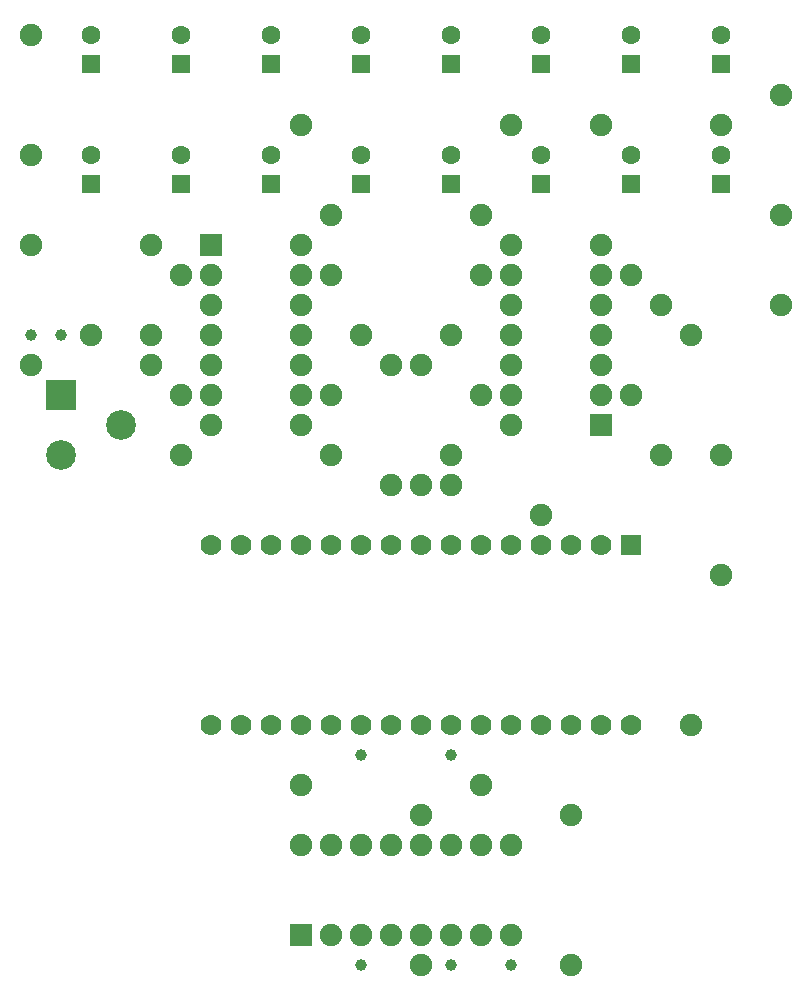
<source format=gbl>
G04 MADE WITH FRITZING*
G04 WWW.FRITZING.ORG*
G04 DOUBLE SIDED*
G04 HOLES PLATED*
G04 CONTOUR ON CENTER OF CONTOUR VECTOR*
%ASAXBY*%
%FSLAX23Y23*%
%MOIN*%
%OFA0B0*%
%SFA1.0B1.0*%
%ADD10C,0.070000*%
%ADD11C,0.075000*%
%ADD12C,0.062992*%
%ADD13C,0.099000*%
%ADD14C,0.039370*%
%ADD15R,0.070000X0.069972*%
%ADD16R,0.075000X0.075000*%
%ADD17R,0.062992X0.062992*%
%ADD18R,0.099000X0.099000*%
%LNCOPPER0*%
G90*
G70*
G54D10*
X2068Y1646D03*
X1968Y1646D03*
X1868Y1646D03*
X1768Y1646D03*
X1668Y1646D03*
X1568Y1646D03*
X1468Y1646D03*
X1368Y1646D03*
X1268Y1646D03*
X1168Y1646D03*
X1068Y1646D03*
X968Y1646D03*
X868Y1646D03*
X768Y1646D03*
X668Y1646D03*
X2068Y1046D03*
X1968Y1046D03*
X1868Y1046D03*
X1768Y1046D03*
X1668Y1046D03*
X1568Y1046D03*
X1468Y1046D03*
X1368Y1046D03*
X1268Y1046D03*
X1168Y1046D03*
X1068Y1046D03*
X968Y1046D03*
X868Y1046D03*
X768Y1046D03*
X668Y1046D03*
G54D11*
X967Y346D03*
X967Y646D03*
X1067Y346D03*
X1067Y646D03*
X1167Y346D03*
X1167Y646D03*
X1267Y346D03*
X1267Y646D03*
X1367Y346D03*
X1367Y646D03*
X1467Y346D03*
X1467Y646D03*
X1567Y346D03*
X1567Y646D03*
X1667Y346D03*
X1667Y646D03*
G54D12*
X266Y3249D03*
X266Y3347D03*
X566Y3249D03*
X566Y3347D03*
X866Y3249D03*
X866Y3347D03*
X1166Y3249D03*
X1166Y3347D03*
X1466Y3249D03*
X1466Y3347D03*
X1766Y3249D03*
X1766Y3347D03*
X2066Y3249D03*
X2066Y3347D03*
X2366Y3249D03*
X2366Y3347D03*
X1766Y2849D03*
X1766Y2947D03*
X566Y2849D03*
X566Y2947D03*
X1166Y2849D03*
X1166Y2947D03*
X2366Y2849D03*
X2366Y2947D03*
X2066Y2849D03*
X2066Y2947D03*
X1466Y2849D03*
X1466Y2947D03*
X866Y2849D03*
X866Y2947D03*
X266Y2849D03*
X266Y2947D03*
G54D11*
X666Y2647D03*
X666Y2547D03*
X666Y2447D03*
X666Y2347D03*
X666Y2247D03*
X666Y2147D03*
X666Y2047D03*
X966Y2047D03*
X966Y2147D03*
X966Y2247D03*
X966Y2347D03*
X966Y2447D03*
X966Y2547D03*
X966Y2647D03*
X1966Y2047D03*
X1966Y2147D03*
X1966Y2247D03*
X1966Y2347D03*
X1966Y2447D03*
X1966Y2547D03*
X1966Y2647D03*
X1666Y2647D03*
X1666Y2547D03*
X1666Y2447D03*
X1666Y2347D03*
X1666Y2247D03*
X1666Y2147D03*
X1666Y2047D03*
G54D13*
X166Y1947D03*
X166Y2147D03*
X366Y2047D03*
G54D11*
X566Y2547D03*
X566Y2147D03*
X1566Y2547D03*
X1566Y2147D03*
X1066Y2547D03*
X1066Y2147D03*
X2066Y2547D03*
X2066Y2147D03*
X1166Y2347D03*
X1466Y2347D03*
X1367Y746D03*
X1867Y746D03*
X1666Y3046D03*
X1566Y2746D03*
X1866Y247D03*
X1366Y247D03*
X1066Y2747D03*
X966Y3047D03*
X1466Y1847D03*
X1766Y1747D03*
X266Y2347D03*
X466Y2347D03*
X967Y846D03*
X1567Y846D03*
X2266Y2347D03*
X2267Y1046D03*
X1466Y1947D03*
X2166Y1947D03*
X566Y1947D03*
X1066Y1947D03*
G54D14*
X1466Y247D03*
X1667Y246D03*
X1167Y946D03*
X1467Y946D03*
X1166Y247D03*
X66Y2347D03*
X166Y2347D03*
G54D11*
X66Y3347D03*
X66Y2947D03*
X66Y2247D03*
X466Y2247D03*
X1266Y2247D03*
X1266Y1847D03*
X1366Y2247D03*
X1366Y1847D03*
X66Y2647D03*
X466Y2647D03*
X2166Y2447D03*
X2566Y2447D03*
X2366Y3047D03*
X1966Y3047D03*
X2566Y2747D03*
X2566Y3147D03*
X2367Y1946D03*
X2367Y1546D03*
G54D15*
X2068Y1646D03*
G54D16*
X967Y346D03*
G54D17*
X266Y3249D03*
X566Y3249D03*
X866Y3249D03*
X1166Y3249D03*
X1466Y3249D03*
X1766Y3249D03*
X2066Y3249D03*
X2366Y3249D03*
X1766Y2849D03*
X566Y2849D03*
X1166Y2849D03*
X2366Y2849D03*
X2066Y2849D03*
X1466Y2849D03*
X866Y2849D03*
X266Y2849D03*
G54D16*
X666Y2647D03*
X1966Y2047D03*
G54D18*
X166Y2147D03*
G04 End of Copper0*
M02*
</source>
